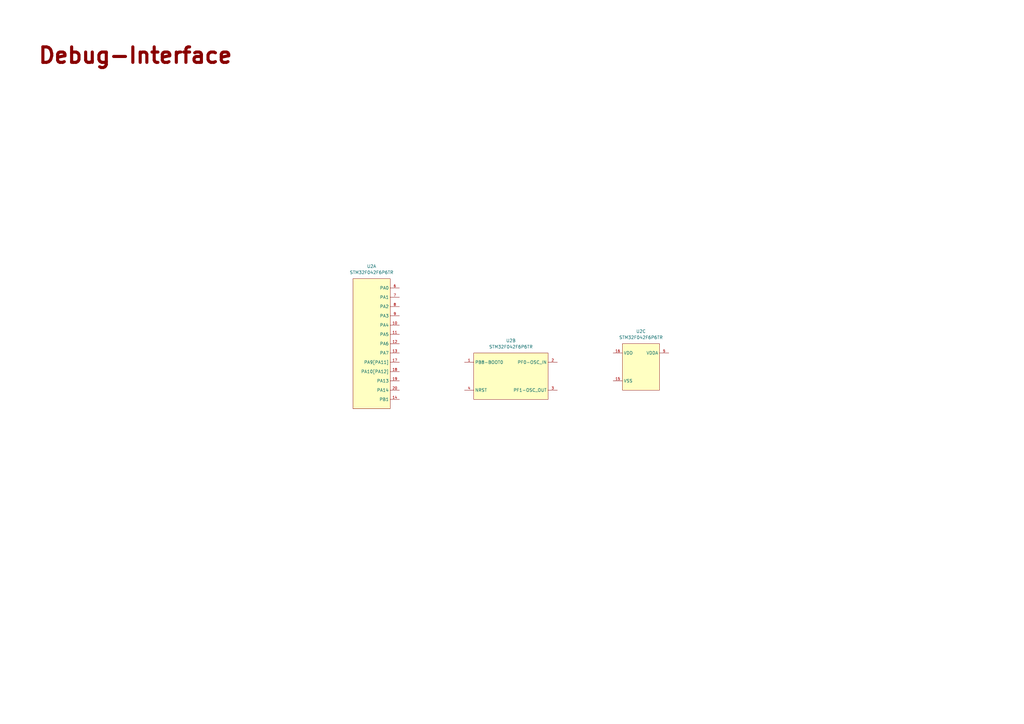
<source format=kicad_sch>
(kicad_sch (version 20250114) (generator "eeschema") (generator_version "9.0")
  (paper "A3")
  (lib_symbols
    (symbol "-MCU:STM32F042F6P6TR"
      (property "Reference" "U" (at 0 -3.81 0))
      (property "Value" "STM32F042F6P6TR" (at 0 -7.62 0))
      (symbol "STM32F042F6P6TR_1_1"
        (rectangle (start 15.24 53.34) (end 0 0) (fill (type background)))
        (pin passive line (at 19.05 49.53 180) (length 3.81) (name "PA0") (number "6"))
        (pin passive line (at 19.05 45.72 180) (length 3.81) (name "PA1") (number "7"))
        (pin passive line (at 19.05 41.91 180) (length 3.81) (name "PA2") (number "8"))
        (pin passive line (at 19.05 38.1 180) (length 3.81) (name "PA3") (number "9"))
        (pin passive line (at 19.05 34.29 180) (length 3.81) (name "PA4") (number "10"))
        (pin passive line (at 19.05 30.48 180) (length 3.81) (name "PA5") (number "11"))
        (pin passive line (at 19.05 26.67 180) (length 3.81) (name "PA6") (number "12"))
        (pin passive line (at 19.05 22.86 180) (length 3.81) (name "PA7") (number "13"))
        (pin passive line (at 19.05 19.05 180) (length 3.81) (name "PA9[PA11]") (number "17"))
        (pin passive line (at 19.05 15.24 180) (length 3.81) (name "PA10[PA12]") (number "18"))
        (pin passive line (at 19.05 11.43 180) (length 3.81) (name "PA13") (number "19"))
        (pin passive line (at 19.05 7.62 180) (length 3.81) (name "PA14") (number "20"))
        (pin passive line (at 19.05 3.81 180) (length 3.81) (name "PB1") (number "14"))
      )
      (symbol "STM32F042F6P6TR_2_1"
        (rectangle (start 0 19.05) (end 30.48 0) (fill (type background)))
        (pin passive line (at -3.81 15.24 0) (length 3.81) (name "PB8-BOOT0") (number "1"))
        (pin passive line (at -3.81 3.81 0) (length 3.81) (name "NRST") (number "4"))
        (pin passive line (at 34.29 15.24 180) (length 3.81) (name "PF0-OSC_IN") (number "2"))
        (pin passive line (at 34.29 3.81 180) (length 3.81) (name "PF1-OSC_OUT") (number "3"))
      )
      (symbol "STM32F042F6P6TR_3_1"
        (rectangle (start 0 19.05) (end 15.24 0) (fill (type background)))
        (pin passive line (at -3.81 15.24 0) (length 3.81) (name "VDD") (number "16"))
        (pin passive line (at -3.81 3.81 0) (length 3.81) (name "VSS") (number "15"))
        (pin passive line (at 19.05 15.24 180) (length 3.81) (name "VDDA") (number "5"))
      )
    )
  )
  (text "Debug-Interface" (at 15.24 26.67 0) (effects (font (size 6.35 6.35) (thickness 1.27) (bold yes)) (justify left bottom)))
  (symbol (lib_id "-MCU:STM32F042F6P6TR") (at 255.27 160.02 0) (unit 3)
    (property "Reference" "U2" (at 262.89 135.89 0))
    (property "Value" "STM32F042F6P6TR" (at 262.89 138.43 0))
    (property "Footprint" "Package_SO:TSSOP-20_4.4x6.5mm_P0.65mm" (effects (hide yes)))
    (property "Datasheet" "https://www.st.com/resource/en/datasheet/stm32f042f6.pdf" (effects (hide yes)))
    (property "Description" "ARM Cortex-M0 STM32F0 Microcontroller IC 32-Bit Single-Core 48MHz 32KB (32K x 8) FLASH 20-TSSOP" (effects (hide yes)))
    (property "Link" "https://www.digikey.com/en/products/detail/stmicroelectronics/STM32F042F6P6TR/10376772?curr=usd&utm_campaign=buynow&utm_medium=aggregator&utm_source=octopart" (effects (hide yes)))
    (property "Manufacturer" "STMicroelectronics" (effects (hide yes)))
    (property "Manufacturer P/N" "STM32F042F6P6TR" (effects (hide yes)))
    (property "Digikey P/N" "497-19656-1-ND" (effects (hide yes)))
    (property "Mouser P/N" "511-STM32F042F6P6TR" (effects (hide yes)))
    (property "LCSC P/N" "C2969989" (effects (hide yes)))
  )
  (symbol (lib_id "-MCU:STM32F042F6P6TR") (at 144.78 167.64 0) (unit 1)
    (property "Reference" "U2" (at 152.4 109.22 0))
    (property "Value" "STM32F042F6P6TR" (at 152.4 111.76 0))
    (property "Footprint" "Package_SO:TSSOP-20_4.4x6.5mm_P0.65mm" (effects (hide yes)))
    (property "Datasheet" "https://www.st.com/resource/en/datasheet/stm32f042f6.pdf" (effects (hide yes)))
    (property "Description" "ARM Cortex-M0 STM32F0 Microcontroller IC 32-Bit Single-Core 48MHz 32KB (32K x 8) FLASH 20-TSSOP" (effects (hide yes)))
    (property "Link" "https://www.digikey.com/en/products/detail/stmicroelectronics/STM32F042F6P6TR/10376772?curr=usd&utm_campaign=buynow&utm_medium=aggregator&utm_source=octopart" (effects (hide yes)))
    (property "Manufacturer" "STMicroelectronics" (effects (hide yes)))
    (property "Manufacturer P/N" "STM32F042F6P6TR" (effects (hide yes)))
    (property "Digikey P/N" "497-19656-1-ND" (effects (hide yes)))
    (property "Mouser P/N" "511-STM32F042F6P6TR" (effects (hide yes)))
    (property "LCSC P/N" "C2969989" (effects (hide yes)))
  )
  (symbol (lib_id "-MCU:STM32F042F6P6TR") (at 194.31 163.83 0) (unit 2)
    (property "Reference" "U2" (at 209.55 139.7 0))
    (property "Value" "STM32F042F6P6TR" (at 209.55 142.24 0))
    (property "Footprint" "Package_SO:TSSOP-20_4.4x6.5mm_P0.65mm" (effects (hide yes)))
    (property "Datasheet" "https://www.st.com/resource/en/datasheet/stm32f042f6.pdf" (effects (hide yes)))
    (property "Description" "ARM Cortex-M0 STM32F0 Microcontroller IC 32-Bit Single-Core 48MHz 32KB (32K x 8) FLASH 20-TSSOP" (effects (hide yes)))
    (property "Link" "https://www.digikey.com/en/products/detail/stmicroelectronics/STM32F042F6P6TR/10376772?curr=usd&utm_campaign=buynow&utm_medium=aggregator&utm_source=octopart" (effects (hide yes)))
    (property "Manufacturer" "STMicroelectronics" (effects (hide yes)))
    (property "Manufacturer P/N" "STM32F042F6P6TR" (effects (hide yes)))
    (property "Digikey P/N" "497-19656-1-ND" (effects (hide yes)))
    (property "Mouser P/N" "511-STM32F042F6P6TR" (effects (hide yes)))
    (property "LCSC P/N" "C2969989" (effects (hide yes)))
  )
)
</source>
